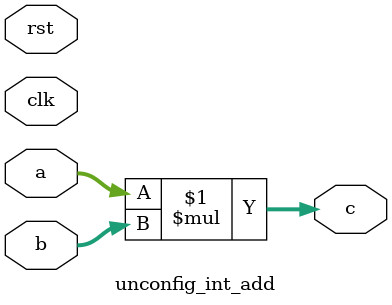
<source format=v>
`timescale 1ns/1ps

module unconfig_int_add(
 clk,
 rst,
 a,
 b,
 c
);




//--- parameters
//parameter BT_RND = 0
parameter OP_BITWIDTH = 16; //operator bit width
parameter DATA_PATH_BITWIDTH = 16; //flip flop Bit width


//--- input,outputs
input clk;
input rst;
input [DATA_PATH_BITWIDTH -1:0] a;
input [DATA_PATH_BITWIDTH-1:0] b;
output [DATA_PATH_BITWIDTH-1:0] c;


assign c = a * b;

/*
//--- regs, wires
reg [DATA_PATH_BITWIDTH-1:0]  reg_c;
wire [OP_BITWIDTH -1 : 0]w_c;
reg [DATA_PATH_BITWIDTH -1:0]  reg_a;
reg [DATA_PATH_BITWIDTH -1:0]  reg_b;


//--- design
acc_int_add #(OP_BITWIDTH) u0_ac (reg_a[DATA_PATH_BITWIDTH -1: DATA_PATH_BITWIDTH - OP_BITWIDTH], reg_b[DATA_PATH_BITWIDTH -1: DATA_PATH_BITWIDTH - OP_BITWIDTH], w_c);

always @(posedge clk or negedge rst)
begin
  if (~rst)
  begin
    reg_a <= 0;
    reg_b <= 0;
  end
  else 
  begin
      reg_a <= a;
      reg_b <= b;
  end
end

always @(posedge clk or negedge rst)
begin
  if (~rst)
  begin
    reg_c <= #0.1 0;
  end
  else 
  begin
    reg_c[DATA_PATH_BITWIDTH-1: DATA_PATH_BITWIDTH-OP_BITWIDTH] <= w_c;
  end
end

assign c = reg_c; 

*/
endmodule


</source>
